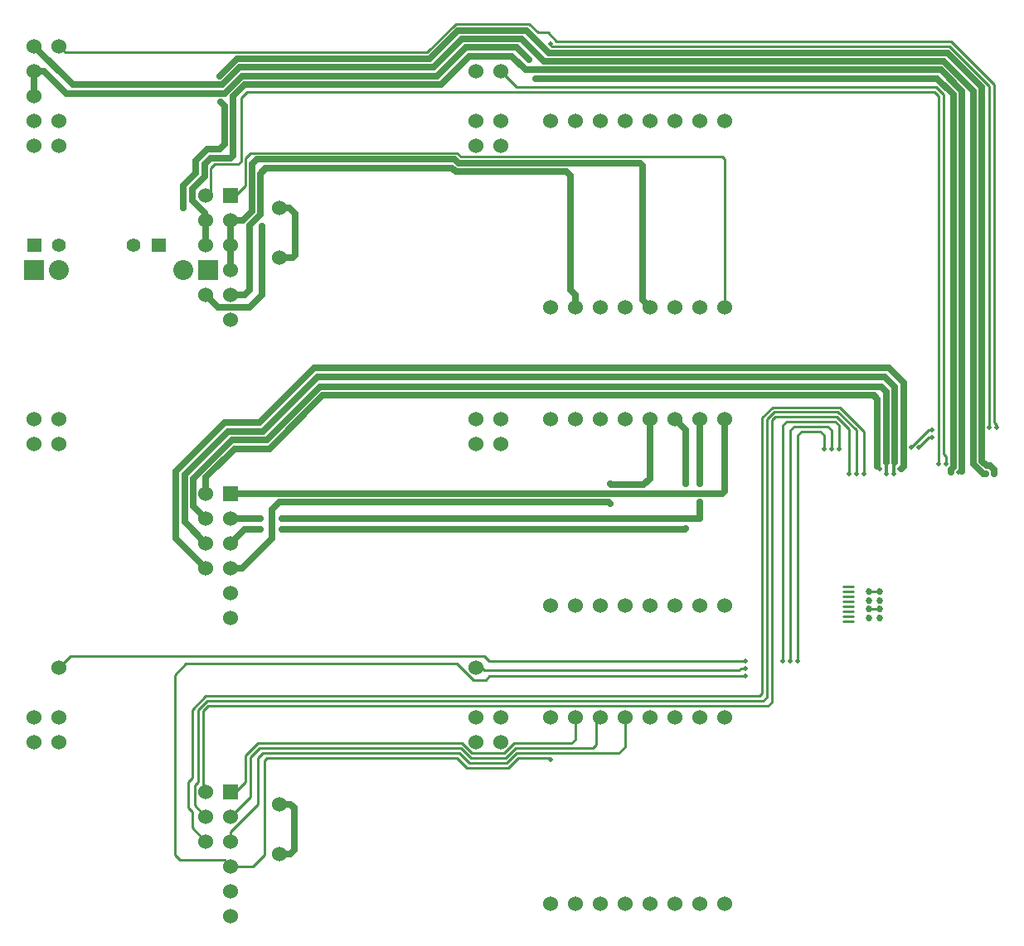
<source format=gbr>
G04 start of page 2 for group 0 idx 0 *
G04 Title: (unknown), P1_W1 *
G04 Creator: pcb 4.2.0 *
G04 CreationDate: Wed Jul 29 19:42:11 2020 UTC *
G04 For: commonadmin *
G04 Format: Gerber/RS-274X *
G04 PCB-Dimensions (mil): 6000.00 7000.00 *
G04 PCB-Coordinate-Origin: lower left *
%MOIN*%
%FSLAX25Y25*%
%LNTOP*%
%ADD23C,0.0300*%
%ADD22C,0.0500*%
%ADD21C,0.0130*%
%ADD20C,0.0380*%
%ADD19C,0.0270*%
%ADD18C,0.0800*%
%ADD17C,0.0550*%
%ADD16C,0.0001*%
%ADD15C,0.0200*%
%ADD14C,0.0600*%
%ADD13C,0.0140*%
%ADD12C,0.0250*%
%ADD11C,0.0100*%
G54D11*X169000Y60000D02*Y64000D01*
X152000Y73500D02*X153500Y72000D01*
Y65500D01*
X159000Y60000D01*
X169000Y64000D02*X180000Y75000D01*
Y93500D01*
X182000Y95500D01*
X261000D01*
X159000Y118500D02*X381500D01*
X261000Y95500D02*X265000Y91500D01*
X280000D01*
X284000Y95500D01*
X325000D01*
X327500Y98000D01*
X153500Y85500D02*X152000Y84000D01*
Y73500D01*
X153500Y85500D02*Y113000D01*
X159000Y118500D01*
G54D12*X459500Y360500D02*X453000Y367000D01*
X291500D01*
X459500Y360500D02*Y210600D01*
G54D11*X382500Y230500D02*X386750Y234750D01*
X413750D01*
X423500Y225000D01*
X327500Y98000D02*Y110000D01*
G54D12*X458499Y208500D02*Y209599D01*
X459500Y210600D01*
G54D11*X381500Y118500D02*X382500Y119500D01*
X415300Y148600D02*X419300D01*
X430000Y153500D02*X425500D01*
X382500Y119500D02*Y230500D01*
X423500Y225000D02*Y208000D01*
G54D12*X289000Y374500D02*X284000Y379500D01*
X263500D01*
X252000Y368000D01*
X173500D01*
X166500Y361000D01*
X103000D01*
X94000Y370000D01*
X90000D01*
Y360000D01*
X169000Y310000D02*Y290000D01*
Y310000D02*X174000D01*
X177500Y313500D01*
Y332500D01*
X179500Y334500D01*
X169000Y335000D02*X161000D01*
X179500Y334500D02*X259000D01*
X253500Y364500D02*X174500D01*
X170000Y360000D01*
Y336000D01*
X169000Y335000D01*
X259000Y334500D02*X260500Y333000D01*
X161000Y335000D02*X158500Y332500D01*
Y327500D01*
X153500Y322500D01*
Y318000D01*
X158500Y313000D01*
Y310500D01*
X159000Y310000D01*
Y300000D01*
X334500Y278000D02*X337500Y275000D01*
X333500Y333000D02*X334500Y332000D01*
Y278000D02*Y332000D01*
X260500Y333000D02*X333500D01*
X463000Y362000D02*X454500Y370500D01*
X287500D01*
X282000Y376000D01*
X265000D01*
X253500Y364500D01*
G54D13*X461500Y208500D02*X462500D01*
X463000Y209000D01*
G54D12*Y362000D02*Y209000D01*
G54D11*X415300Y150600D02*X419300D01*
X169000Y50000D02*X178000D01*
X182500Y54500D01*
Y92500D01*
X183500Y93500D01*
X260000D01*
X264000Y89500D01*
X280500D01*
X284500Y93500D01*
X297000D01*
X297500Y93000D01*
G54D12*X305500Y282000D02*X307500Y280000D01*
Y275000D01*
X305500Y328000D02*Y282000D01*
X471000Y363500D02*X457250Y377250D01*
X296750D01*
X181750Y329750D02*X183000Y331000D01*
X258000D01*
X259500Y329500D01*
X249000Y375000D02*X171500D01*
X164500Y368000D01*
X166500Y356000D02*Y340500D01*
X164500Y338500D01*
G54D13*X165500Y357000D02*X164500Y358000D01*
G54D12*X166500Y356000D02*X165000Y357500D01*
X304000Y329500D02*X305500Y328000D01*
X259500Y329500D02*X304000D01*
X296750Y377250D02*X287750Y386250D01*
X260250D01*
X249000Y375000D01*
X176500Y308000D02*X180750Y312250D01*
Y328750D01*
X181500Y329500D01*
X164500Y338500D02*X159500D01*
X155000Y334000D01*
Y329000D01*
X150000Y324000D01*
Y315000D01*
X176500Y282000D02*Y308000D01*
X181500Y307500D02*Y280000D01*
X169000D02*X174500D01*
X176500Y282000D01*
X181500Y280000D02*X176500Y275000D01*
X164000D01*
X159000Y280000D01*
G54D11*X169000Y70000D02*X177000Y78000D01*
Y94000D01*
X156000Y84000D02*X154500Y82500D01*
Y74500D01*
X159000Y70000D01*
X177000Y94000D02*X180500Y97500D01*
X156000Y84000D02*Y113000D01*
X159500Y116500D01*
X180500Y97500D02*X261500D01*
X283500D02*X314500D01*
X316000Y99000D01*
X261500Y97500D02*X265500Y93500D01*
X279500D01*
X283500Y97500D01*
X316000Y99000D02*Y108500D01*
X317500Y110000D01*
X159500Y116500D02*X383000D01*
X384500Y118000D01*
G54D12*X476000Y208000D02*Y209500D01*
X474250Y211250D01*
X472750D01*
G54D11*X384500Y230000D02*X387500Y233000D01*
X413000D01*
X420500Y225500D01*
Y208000D01*
G54D12*X472750Y211250D02*X471000Y213000D01*
Y363500D02*Y213000D01*
G54D11*X384500Y118000D02*Y230000D01*
X415300Y152600D02*X419300D01*
X169000Y80000D02*X171000D01*
X158000Y81000D02*X159000Y80000D01*
X160000Y114500D02*X158000Y112500D01*
Y81000D01*
X171000Y80000D02*X175000Y84000D01*
Y94500D01*
X180000Y99500D01*
X262000D01*
X385000Y114500D02*X160000D01*
X262000Y99500D02*X266000Y95500D01*
X279000D01*
X283000Y99500D01*
X306000D01*
X307500Y101000D01*
Y110000D01*
G54D12*X467500Y212000D02*X471500Y208000D01*
X472500D01*
G54D11*X386500Y229500D02*Y116000D01*
X385000Y114500D01*
X415300Y154600D02*X419300D01*
G54D12*X467500Y362000D02*X455500Y374000D01*
X295000D01*
X467500Y212000D02*Y362000D01*
G54D11*X417500Y208000D02*Y226000D01*
X412500Y231000D01*
X388000D01*
X386500Y229500D01*
G54D12*X295000Y374000D02*X286000Y383000D01*
X262000D01*
X250500Y371500D01*
X172500D01*
X165500Y364500D01*
X105500D01*
X90000Y380000D01*
G54D11*X248000Y377500D02*X102500D01*
X100000Y380000D01*
X300000Y382000D02*X296500Y385500D01*
X292500D01*
X289000Y389000D01*
X259500D01*
X248000Y377500D01*
X476000Y364500D02*X458500Y382000D01*
X300000D01*
G54D12*X321500Y204000D02*X322000Y203500D01*
X335000D01*
X337500Y206000D01*
Y230000D01*
G54D11*X451000Y222500D02*X449500D01*
X445500Y218500D01*
X413500Y218000D02*Y227500D01*
X412000Y229000D01*
X391000Y227500D02*X392500Y229000D01*
X412000D01*
X477000Y226500D02*Y227500D01*
X476000Y228500D01*
G54D12*X439500Y244500D02*X433500Y250500D01*
X438500Y210000D02*X439500Y211000D01*
G54D13*X438000Y210000D02*X438500D01*
G54D12*X439500Y244500D02*Y211000D01*
G54D11*X476000Y228500D02*Y364500D01*
G54D12*X321000Y196500D02*X321500Y196000D01*
X188500Y196500D02*X321000D01*
G54D11*X391000Y227500D02*Y132500D01*
X415300Y156600D02*X419300D01*
G54D12*X433500Y250500D02*X202500D01*
X180500Y228500D01*
X185500Y182000D02*X173500Y170000D01*
X169000D01*
X185500Y182000D02*Y193500D01*
X188500Y196500D01*
X147000Y182000D02*X159000Y170000D01*
G54D11*X100000Y130000D02*X100500D01*
X104500Y134500D02*X100000Y130000D01*
X273000Y132500D02*X271000Y134500D01*
X104500D01*
X273000Y132500D02*X376000D01*
G54D12*X180500Y228500D02*X166500D01*
X147000Y209000D01*
Y182000D01*
G54D11*X474000Y364000D02*X458000Y380000D01*
X298000D01*
X297500Y381000D02*Y380500D01*
X298000Y380000D01*
G54D12*X429000Y238000D02*X427500Y239500D01*
G54D11*X451000Y225500D02*X449500D01*
X474000Y364000D02*Y226500D01*
X449500Y225500D02*X442500Y218500D01*
X410500Y218000D02*Y225500D01*
X409000Y227000D01*
G54D13*X430000Y210000D02*X429000Y211000D01*
G54D12*Y238000D02*Y211000D01*
G54D11*X394000Y225500D02*X395500Y227000D01*
X409000D01*
G54D12*X169000Y200000D02*X366500D01*
G54D11*X268000Y130500D02*X267500Y130000D01*
X270000D01*
G54D12*X170500Y218000D02*X159000Y206500D01*
Y200000D01*
X366500D02*X367500Y201000D01*
Y230000D01*
G54D11*X271000Y129000D02*X373500D01*
G54D12*X427500Y239500D02*X206000D01*
G54D11*X373500Y129000D02*X374000Y129500D01*
X376000D01*
X394000Y225500D02*Y132500D01*
X415300Y158600D02*X419300D01*
X270000Y130000D02*X271000Y129000D01*
G54D12*X206000Y239500D02*X184500Y218000D01*
X170500D01*
G54D11*X455500Y360500D02*X452500Y363500D01*
X284000D01*
X277500Y370000D01*
G54D12*X432500Y241000D02*X430500Y243000D01*
G54D13*X432500Y208000D02*Y212500D01*
G54D12*Y241000D02*Y212500D01*
G54D11*X415300Y160600D02*X419300D01*
X456500Y212000D02*Y215000D01*
X455500Y216000D01*
Y360500D02*Y216000D01*
G54D12*X357500Y190000D02*Y196500D01*
Y204000D02*Y230000D01*
X430500Y243000D02*X205000D01*
X169000Y190000D02*X181000D01*
X189500D02*X357500D01*
X205000Y243000D02*X183500Y221500D01*
X169500D01*
X154000Y195000D02*X159000Y190000D01*
X169500Y221500D02*X154000Y206000D01*
Y195000D01*
G54D11*X366500Y335500D02*X367500Y334500D01*
Y275000D02*Y334500D01*
X261500Y335500D02*X366500D01*
G54D12*X352000Y204000D02*Y225500D01*
X347500Y230000D01*
X351500Y185500D02*X352000Y186000D01*
G54D11*X407500Y218000D02*Y223500D01*
X406000Y225000D01*
X397000Y223500D02*X398500Y225000D01*
X406000D01*
G54D12*X432000Y247000D02*X204000D01*
X436000Y243000D02*X432000Y247000D01*
G54D13*X436000Y212500D02*X435500Y212000D01*
Y208000D01*
G54D11*X453500Y212000D02*Y360000D01*
G54D12*X436000Y243000D02*Y212500D01*
G54D11*X397000Y223500D02*Y132500D01*
X415300Y162600D02*X419300D01*
X430000Y160500D02*X425500D01*
X452000Y361500D02*X453500Y360000D01*
X452000Y361500D02*X175500D01*
X159000Y320000D02*X161000Y322000D01*
Y331000D01*
X162500Y332500D01*
X169000Y320000D02*X171000D01*
X173250Y359250D02*X175500Y361500D01*
X173250Y359250D02*Y333750D01*
X172000Y332500D01*
X162500D01*
X177000Y337000D02*X260000D01*
X261500Y335500D01*
X171000Y320000D02*X175000Y324000D01*
G54D12*X188500Y315000D02*X192500D01*
X195000Y312500D01*
G54D11*X175000Y324000D02*Y335000D01*
X177000Y337000D01*
G54D12*X169000Y180000D02*X174500Y185500D01*
X150500Y188500D02*X159000Y180000D01*
G54D11*X146500Y127000D02*Y54500D01*
X148500Y52500D01*
X166500D01*
X169000Y50000D01*
G54D12*X174500Y185500D02*X181000D01*
G54D11*X260000Y131500D02*X151000D01*
X146500Y127000D01*
G54D12*X189500Y185500D02*X351500D01*
G54D11*X266500Y125000D02*X260000Y131500D01*
X266500Y125000D02*X271500D01*
X273000Y126500D01*
X376000D01*
G54D12*X188500Y75000D02*X193000D01*
X194500Y73500D01*
Y56500D01*
X193000Y55000D01*
X188500D01*
X204000Y247000D02*X182000Y225000D01*
X168000D01*
X150500Y207500D01*
Y188500D01*
X195000Y312500D02*Y296000D01*
X194000Y295000D01*
X188500D01*
G54D14*X367500Y155000D03*
X307500Y230000D03*
X317500D03*
X327500D03*
X337500D03*
X347500D03*
X357500D03*
X367500D03*
G54D15*X458499Y208500D03*
X438000Y210000D03*
X461500Y208500D03*
X473000Y208000D03*
X476000D03*
X453500Y212000D03*
X456500D03*
X442500Y218500D03*
X445500D03*
X430000Y210000D03*
X432500Y208000D03*
X435500D03*
X417500D03*
X420500D03*
X423500D03*
X407500Y218000D03*
X410500D03*
X413500D03*
G54D14*X327500Y155000D03*
X337500D03*
X347500D03*
X357500D03*
X297500D03*
X307500D03*
X317500D03*
X267500Y110000D03*
X277500D03*
X267500Y100000D03*
X277500D03*
X337500Y110000D03*
X327500D03*
X317500D03*
X307500D03*
X297500D03*
X367500D03*
X357500D03*
X347500D03*
X367500Y35000D03*
X357500D03*
X347500D03*
X337500D03*
X327500D03*
X317500D03*
X307500D03*
X297500D03*
X100000Y230000D03*
Y220000D03*
X90000D03*
Y230000D03*
Y110000D03*
Y100000D03*
X100000D03*
Y110000D03*
G54D16*G36*
X166000Y83000D02*Y77000D01*
X172000D01*
Y83000D01*
X166000D01*
G37*
G54D14*X169000Y70000D03*
Y60000D03*
Y50000D03*
Y40000D03*
Y30000D03*
X188500Y75000D03*
Y55000D03*
G54D16*G36*
X166000Y203000D02*Y197000D01*
X172000D01*
Y203000D01*
X166000D01*
G37*
G54D14*X169000Y190000D03*
Y180000D03*
Y170000D03*
Y160000D03*
Y150000D03*
G54D16*G36*
X166000Y323000D02*Y317000D01*
X172000D01*
Y323000D01*
X166000D01*
G37*
G54D14*X188500Y315000D03*
X169000Y310000D03*
Y300000D03*
X188500Y295000D03*
X169000Y290000D03*
G54D16*G36*
X156000Y294000D02*Y286000D01*
X164000D01*
Y294000D01*
X156000D01*
G37*
G54D14*X169000Y280000D03*
Y270000D03*
X90000Y350000D03*
Y340000D03*
X100000D03*
Y350000D03*
G54D16*G36*
X87250Y302750D02*Y297250D01*
X92750D01*
Y302750D01*
X87250D01*
G37*
G54D17*X130000Y300000D03*
G54D18*X100000Y290000D03*
G54D17*Y300000D03*
G54D16*G36*
X86000Y294000D02*Y286000D01*
X94000D01*
Y294000D01*
X86000D01*
G37*
G54D18*X150000Y290000D03*
G54D16*G36*
X137250Y302750D02*Y297250D01*
X142750D01*
Y302750D01*
X137250D01*
G37*
G54D14*X297500Y230000D03*
X277500D03*
Y220000D03*
X267500D03*
Y230000D03*
Y350000D03*
Y340000D03*
X277500D03*
Y350000D03*
X297500D03*
Y275000D03*
X367500D03*
Y350000D03*
X357500Y275000D03*
X347500D03*
X337500D03*
X327500D03*
X317500D03*
X307500D03*
X357500Y350000D03*
X347500D03*
X337500D03*
X327500D03*
X317500D03*
X307500D03*
G54D15*X297500Y381000D03*
G54D14*X159000Y320000D03*
Y310000D03*
G54D15*X164500Y368000D03*
Y358000D03*
G54D14*X277500Y370000D03*
G54D15*X291500Y367000D03*
X289000Y374500D03*
G54D14*X267500Y370000D03*
X100000Y380000D03*
X90000Y370000D03*
Y380000D03*
Y360000D03*
G54D15*X150000Y315000D03*
X181500Y307500D03*
G54D14*X159000Y280000D03*
Y300000D03*
G54D15*X181000Y190000D03*
X189500D03*
X181000Y185500D03*
X189500D03*
G54D14*X159000Y200000D03*
Y190000D03*
Y180000D03*
Y170000D03*
X100000Y130000D03*
X159000Y80000D03*
Y70000D03*
Y60000D03*
G54D15*X321500Y196000D03*
Y204000D03*
X357500Y196500D03*
Y204000D03*
X352000Y186000D03*
Y204000D03*
X297500Y93000D03*
G54D14*X267500Y130000D03*
G54D15*X474000Y226500D03*
X477000D03*
X451000Y222500D03*
Y225500D03*
X376000Y132500D03*
X391000D03*
X394000D03*
X397000D03*
X376000Y126500D03*
Y129500D03*
G54D19*X425500Y153500D03*
Y157000D03*
Y160500D03*
Y150000D03*
X430000Y157000D03*
Y160500D03*
Y150000D03*
Y153500D03*
G54D11*G54D20*G54D11*G54D20*G54D11*G54D20*G54D11*G54D20*G54D11*G54D20*G54D11*G54D20*G54D11*G54D21*G54D20*G54D11*G54D20*G54D22*G54D20*G54D23*G54D22*G54D23*G54D22*G54D23*G54D20*M02*

</source>
